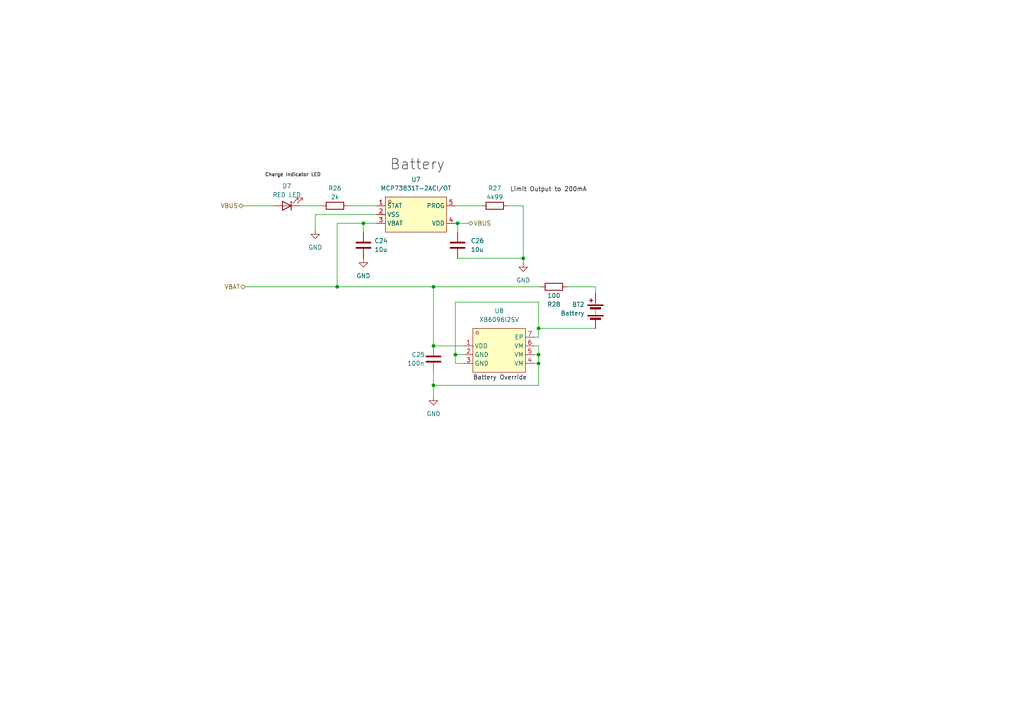
<source format=kicad_sch>
(kicad_sch (version 20230121) (generator eeschema)
  (paper "A4")
  (title_block (title "BLEEarrings (Blade Runner)") (date "2023-10-30") (rev "00.00") (company "Kitty and Dom"))
  (lib_symbols
    (symbol "Device:Battery" (pin_numbers hide) (pin_names (offset 0) hide)
      (property "Reference" "BT" (at 2.54 2.54 0))
      (property "Value" "Battery" (at 2.54 0 0))
      (symbol "Battery_0_1"
        (rectangle (start -2.286 -1.27) (end 2.286 -1.524) (fill (type outline)))
        (rectangle (start -2.286 1.778) (end 2.286 1.524) (fill (type outline)))
        (rectangle (start -1.524 -2.032) (end 1.524 -2.54) (fill (type outline)))
        (rectangle (start -1.524 1.016) (end 1.524 0.508) (fill (type outline)))
        (polyline (pts (xy 0 -1.016) (xy 0 -0.762)))
        (polyline (pts (xy 0 -0.508) (xy 0 -0.254)))
        (polyline (pts (xy 0 0) (xy 0 0.254)))
        (polyline (pts (xy 0 1.778) (xy 0 2.54)))
        (polyline (pts (xy 0.762 3.048) (xy 1.778 3.048)) (stroke (width 0.254)))
        (polyline (pts (xy 1.27 3.556) (xy 1.27 2.54)) (stroke (width 0.254)))
      )
      (symbol "Battery_1_1"
        (pin passive line (at 0 5.08 270) (length 2.54) (name "+") (number "1"))
        (pin passive line (at 0 -5.08 90) (length 2.54) (name "-") (number "2"))
      )
    )
    (symbol "Device:C" (pin_numbers hide) (pin_names (offset 0.254))
      (property "Reference" "C" (at 0.635 2.54 0))
      (property "Value" "C" (at 0.635 -2.54 0))
      (symbol "C_0_1"
        (polyline (pts (xy -2.032 -0.762) (xy 2.032 -0.762)) (stroke (width 0.508)))
        (polyline (pts (xy -2.032 0.762) (xy 2.032 0.762)) (stroke (width 0.508)))
      )
      (symbol "C_1_1"
        (pin passive line (at 0 3.81 270) (length 2.794) (name "~") (number "1"))
        (pin passive line (at 0 -3.81 90) (length 2.794) (name "~") (number "2"))
      )
    )
    (symbol "Device:LED" (pin_numbers hide) (pin_names (offset 1.016) hide)
      (property "Reference" "D" (at 0 2.54 0))
      (property "Value" "LED" (at 0 -2.54 0))
      (symbol "LED_0_1"
        (polyline (pts (xy -1.27 -1.27) (xy -1.27 1.27)) (stroke (width 0.254)))
        (polyline (pts (xy -1.27 0) (xy 1.27 0)))
        (polyline (pts (xy 1.27 -1.27) (xy 1.27 1.27) (xy -1.27 0) (xy 1.27 -1.27)) (stroke (width 0.254)))
        (polyline (pts (xy -3.048 -0.762) (xy -4.572 -2.286) (xy -3.81 -2.286) (xy -4.572 -2.286) (xy -4.572 -1.524)))
        (polyline (pts (xy -1.778 -0.762) (xy -3.302 -2.286) (xy -2.54 -2.286) (xy -3.302 -2.286) (xy -3.302 -1.524)))
      )
      (symbol "LED_1_1"
        (pin passive line (at -3.81 0 0) (length 2.54) (name "K") (number "1"))
        (pin passive line (at 3.81 0 180) (length 2.54) (name "A") (number "2"))
      )
    )
    (symbol "Device:R" (pin_numbers hide) (pin_names (offset 0))
      (property "Reference" "R" (at 2.032 0 90))
      (property "Value" "R" (at 0 0 90))
      (symbol "R_0_1"
        (rectangle (start -1.016 -2.54) (end 1.016 2.54) (stroke (width 0.254)))
      )
      (symbol "R_1_1"
        (pin passive line (at 0 3.81 270) (length 1.27) (name "~") (number "1"))
        (pin passive line (at 0 -3.81 90) (length 1.27) (name "~") (number "2"))
      )
    )
    (symbol "easyeda2kicad:MCP73831T-2ACI_OT"
      (property "Reference" "U" (at 0 7.62 0))
      (property "Value" "MCP73831T-2ACI/OT" (at 0 -7.62 0))
      (symbol "MCP73831T-2ACI_OT_0_1"
        (rectangle (start -8.89 5.08) (end 8.89 -5.08) (fill (type background)))
        (circle (center -7.62 3.81) (radius 0.38))
        (pin unspecified line (at -11.43 2.54 0) (length 2.54) (name "STAT") (number "1"))
        (pin unspecified line (at -11.43 0 0) (length 2.54) (name "VSS") (number "2"))
        (pin unspecified line (at -11.43 -2.54 0) (length 2.54) (name "VBAT") (number "3"))
        (pin unspecified line (at 11.43 -2.54 180) (length 2.54) (name "VDD") (number "4"))
        (pin unspecified line (at 11.43 2.54 180) (length 2.54) (name "PROG") (number "5"))
      )
    )
    (symbol "easyeda2kicad:XB6096I2SV"
      (property "Reference" "U" (at 0 10.16 0))
      (property "Value" "XB6096I2SV" (at 0 -7.62 0))
      (symbol "XB6096I2SV_0_1"
        (rectangle (start -7.62 7.62) (end 7.62 -5.08) (fill (type background)))
        (circle (center -6.35 6.35) (radius 0.38))
        (pin unspecified line (at -10.16 2.54 0) (length 2.54) (name "VDD") (number "1"))
        (pin unspecified line (at -10.16 0 0) (length 2.54) (name "GND") (number "2"))
        (pin unspecified line (at -10.16 -2.54 0) (length 2.54) (name "GND") (number "3"))
        (pin unspecified line (at 10.16 -2.54 180) (length 2.54) (name "VM") (number "4"))
        (pin unspecified line (at 10.16 0 180) (length 2.54) (name "VM") (number "5"))
        (pin unspecified line (at 10.16 2.54 180) (length 2.54) (name "VM") (number "6"))
        (pin unspecified line (at 10.16 5.08 180) (length 2.54) (name "EP") (number "7"))
      )
    )
    (symbol "power:GND" (power) (pin_names (offset 0))
      (property "Value" "GND" (at 0 -3.81 0))
      (symbol "GND_0_1"
        (polyline (pts (xy 0 0) (xy 0 -1.27) (xy 1.27 -1.27) (xy 0 -2.54) (xy -1.27 -1.27) (xy 0 -1.27)))
      )
      (symbol "GND_1_1"
        (pin power_in line (at 0 0 270) (length 0) hide (name "GND") (number "1"))
      )
    )
  )
  (junction (at 125.73 111.76))
  (junction (at 125.73 83.185))
  (junction (at 132.715 64.77))
  (junction (at 132.08 102.87))
  (junction (at 125.73 100.33))
  (junction (at 151.765 74.93))
  (junction (at 156.21 102.87))
  (junction (at 97.79 83.185))
  (junction (at 105.41 64.77))
  (junction (at 156.21 105.41))
  (junction (at 156.21 95.25))
  (wire (pts (xy 156.21 95.25) (xy 156.21 97.79)))
  (wire (pts (xy 105.41 67.31) (xy 105.41 64.77)))
  (wire (pts (xy 156.21 100.33) (xy 154.94 100.33)))
  (wire (pts (xy 97.79 83.185) (xy 125.73 83.185)))
  (wire (pts (xy 132.08 59.69) (xy 139.7 59.69)))
  (wire (pts (xy 172.72 95.25) (xy 156.21 95.25)))
  (wire (pts (xy 91.44 62.23) (xy 109.22 62.23)))
  (wire (pts (xy 156.21 100.33) (xy 156.21 102.87)))
  (wire (pts (xy 70.485 59.69) (xy 79.375 59.69)))
  (wire (pts (xy 125.73 111.76) (xy 156.21 111.76)))
  (wire (pts (xy 156.21 102.87) (xy 156.21 105.41)))
  (wire (pts (xy 132.08 102.87) (xy 132.08 105.41)))
  (wire (pts (xy 97.79 64.77) (xy 105.41 64.77)))
  (wire (pts (xy 97.79 64.77) (xy 97.79 83.185)))
  (wire (pts (xy 125.73 107.95) (xy 125.73 111.76)))
  (wire (pts (xy 156.845 83.185) (xy 125.73 83.185)))
  (wire (pts (xy 151.765 59.69) (xy 147.32 59.69)))
  (wire (pts (xy 156.21 111.76) (xy 156.21 105.41)))
  (wire (pts (xy 156.21 102.87) (xy 154.94 102.87)))
  (wire (pts (xy 132.08 105.41) (xy 134.62 105.41)))
  (wire (pts (xy 125.73 111.76) (xy 125.73 114.935)))
  (wire (pts (xy 105.41 64.77) (xy 109.22 64.77)))
  (wire (pts (xy 156.21 105.41) (xy 154.94 105.41)))
  (wire (pts (xy 132.715 64.77) (xy 135.89 64.77)))
  (wire (pts (xy 132.715 74.93) (xy 151.765 74.93)))
  (wire (pts (xy 132.08 102.87) (xy 134.62 102.87)))
  (wire (pts (xy 151.765 59.69) (xy 151.765 74.93)))
  (wire (pts (xy 132.08 87.63) (xy 132.08 102.87)))
  (wire (pts (xy 91.44 66.675) (xy 91.44 62.23)))
  (wire (pts (xy 156.21 87.63) (xy 132.08 87.63)))
  (wire (pts (xy 172.72 85.09) (xy 172.72 83.185)))
  (wire (pts (xy 132.715 64.77) (xy 132.715 67.31)))
  (wire (pts (xy 156.21 87.63) (xy 156.21 95.25)))
  (wire (pts (xy 172.72 83.185) (xy 164.465 83.185)))
  (wire (pts (xy 125.73 83.185) (xy 125.73 100.33)))
  (wire (pts (xy 132.715 64.77) (xy 132.08 64.77)))
  (wire (pts (xy 86.995 59.69) (xy 93.345 59.69)))
  (wire (pts (xy 151.765 74.93) (xy 151.765 76.2)))
  (wire (pts (xy 156.21 97.79) (xy 154.94 97.79)))
  (wire (pts (xy 100.965 59.69) (xy 109.22 59.69)))
  (wire (pts (xy 71.12 83.185) (xy 97.79 83.185)))
  (wire (pts (xy 125.73 100.33) (xy 134.62 100.33)))
  (label "Battery Override" (at 137.16 110.49 0))
  (label "Battery" (at 113.03 50.165 0) (effects (font (size 3 3))))
  (label "Charge Indicator LED" (at 76.835 51.435 0) (effects (font (size 1 1))))
  (label "Limit Output to 200mA" (at 147.955 55.88 0))
  (hierarchical_label "VBUS" (shape bidirectional) (at 135.89 64.77 0))
  (hierarchical_label "VBAT" (shape bidirectional) (at 71.12 83.185 180))
  (hierarchical_label "VBUS" (shape bidirectional) (at 70.485 59.69 180))
  (symbol (lib_id "Device:LED") (at 83.185 59.69 180) (unit 1)
    (property "Reference" "D7" (at 83.185 53.975 0))
    (property "Value" "RED LED" (at 83.185 56.515 0))
    (property "Footprint" "LED_SMD:LED_0603_1608Metric_Pad1.05x0.95mm_HandSolder" (effects hide))
    (property "LCSC Part" "C389517 " (effects hide))
    (instances (project "Combine" (path "" (reference "D7") (unit 1)) (path "" (reference "D11") (unit 1))) (project "Dock" (path "" (reference "D1") (unit 1))) (project "BLEEarrings" (path "" (reference "D1") (unit 1))))
  )
  (symbol (lib_id "power:GND") (at 125.73 114.935 0) (unit 1)
    (property "Reference" "#PWR035" (effects hide))
    (property "Value" "GND" (at 125.73 120.015 0))
    (instances (project "Combine" (path "" (reference "#PWR035") (unit 1)) (path "" (reference "#PWR082") (unit 1))) (project "Dock" (path "" (reference "#PWR05") (unit 1))) (project "BLEEarrings" (path "" (reference "#PWR04") (unit 1))))
  )
  (symbol (lib_id "Device:C") (at 125.73 104.14 0) (unit 1)
    (property "Reference" "C25" (at 119.38 102.87 0) (effects (justify left)))
    (property "Value" "100n" (at 118.11 105.41 0) (effects (justify left)))
    (property "Footprint" "Capacitor_SMD:C_0402_1005Metric_Pad0.74x0.62mm_HandSolder" (effects hide))
    (property "LCSC Part" "C60474" (effects hide))
    (instances (project "Combine" (path "" (reference "C25") (unit 1)) (path "" (reference "C60") (unit 1))) (project "Dock" (path "" (reference "C2") (unit 1))) (project "BLEEarrings" (path "" (reference "C18") (unit 1))))
  )
  (symbol (lib_id "power:GND") (at 91.44 66.675 0) (unit 1)
    (property "Reference" "#PWR033" (effects hide))
    (property "Value" "GND" (at 91.44 71.755 0))
    (instances (project "Combine" (path "" (reference "#PWR033") (unit 1)) (path "" (reference "#PWR080") (unit 1))) (project "Dock" (path "" (reference "#PWR01") (unit 1))) (project "BLEEarrings" (path "" (reference "#PWR022") (unit 1))))
  )
  (symbol (lib_id "power:GND") (at 151.765 76.2 0) (unit 1)
    (property "Reference" "#PWR036" (effects hide))
    (property "Value" "GND" (at 151.765 81.28 0))
    (instances (project "Combine" (path "" (reference "#PWR036") (unit 1)) (path "" (reference "#PWR083") (unit 1))) (project "Dock" (path "" (reference "#PWR04") (unit 1))) (project "BLEEarrings" (path "" (reference "#PWR024") (unit 1))))
  )
  (symbol (lib_id "power:GND") (at 105.41 74.93 0) (unit 1)
    (property "Reference" "#PWR034" (effects hide))
    (property "Value" "GND" (at 105.41 80.01 0))
    (instances (project "Combine" (path "" (reference "#PWR034") (unit 1)) (path "" (reference "#PWR081") (unit 1))) (project "Dock" (path "" (reference "#PWR03") (unit 1))) (project "BLEEarrings" (path "" (reference "#PWR06") (unit 1))))
  )
  (symbol (lib_id "easyeda2kicad:MCP73831T-2ACI_OT") (at 120.65 62.23 0) (unit 1)
    (property "Reference" "U7" (at 120.65 52.07 0))
    (property "Value" "MCP73831T-2ACI/OT" (at 120.65 54.61 0))
    (property "Footprint" "easyeda2kicad:SOT-23-5_L3.0-W1.7-P0.95-LS2.8-BL" (effects hide))
    (property "Datasheet" "https://lcsc.com/product-detail/PMIC-Battery-Management_Microchip-Tech-MCP73831T-2ACI-OT_C424093.html" (effects hide))
    (property "LCSC Part" "C424093" (effects hide))
    (instances (project "Combine" (path "" (reference "U7") (unit 1)) (path "" (reference "U11") (unit 1))) (project "Dock" (path "" (reference "U1") (unit 1))) (project "BLEEarrings" (path "" (reference "U1") (unit 1))))
  )
  (symbol (lib_id "Device:C") (at 132.715 71.12 0) (unit 1)
    (property "Reference" "C26" (at 136.525 69.85 0) (effects (justify left)))
    (property "Value" "10u" (at 136.525 72.39 0) (effects (justify left)))
    (property "Footprint" "Capacitor_SMD:C_0402_1005Metric_Pad0.74x0.62mm_HandSolder" (effects hide))
    (property "LCSC Part" "C15525" (effects hide))
    (instances (project "Combine" (path "" (reference "C26") (unit 1)) (path "" (reference "C61") (unit 1))) (project "Dock" (path "" (reference "C3") (unit 1))) (project "BLEEarrings" (path "" (reference "C19") (unit 1))))
  )
  (symbol (lib_id "Device:R") (at 97.155 59.69 90) (unit 1)
    (property "Reference" "R26" (at 97.155 54.61 90))
    (property "Value" "2k" (at 97.155 57.15 90))
    (property "Footprint" "Resistor_SMD:R_0402_1005Metric_Pad0.72x0.64mm_HandSolder" (effects hide))
    (property "LCSC Part" "C60488" (effects hide))
    (instances (project "Combine" (path "" (reference "R26") (unit 1)) (path "" (reference "R49") (unit 1))) (project "Dock" (path "" (reference "R1") (unit 1))) (project "BLEEarrings" (path "" (reference "R1") (unit 1))))
  )
  (symbol (lib_id "easyeda2kicad:XB6096I2SV") (at 144.78 102.87 0) (unit 1)
    (property "Reference" "U8" (at 144.78 90.17 0))
    (property "Value" "XB6096I2SV" (at 144.78 92.71 0))
    (property "Footprint" "easyeda2kicad:WDFN-6_L2.0-W2.0-P0.65-BL-EP" (effects hide))
    (property "LCSC Part" "C2998744" (effects hide))
    (instances (project "Combine" (path "" (reference "U8") (unit 1)) (path "" (reference "U12") (unit 1))) (project "Dock" (path "" (reference "U2") (unit 1))) (project "BLEEarrings" (path "" (reference "U2") (unit 1))))
  )
  (symbol (lib_id "Device:R") (at 143.51 59.69 90) (unit 1)
    (property "Reference" "R27" (at 143.51 54.61 90))
    (property "Value" "4k99" (at 143.51 57.15 90))
    (property "Footprint" "Resistor_SMD:R_0402_1005Metric_Pad0.72x0.64mm_HandSolder" (effects hide))
    (property "LCSC Part" "C137965" (effects hide))
    (instances (project "Combine" (path "" (reference "R27") (unit 1)) (path "" (reference "R50") (unit 1))) (project "Dock" (path "" (reference "R3") (unit 1))) (project "BLEEarrings" (path "" (reference "R4") (unit 1))))
  )
  (symbol (lib_id "Device:R") (at 160.655 83.185 270) (unit 1)
    (property "Reference" "R28" (at 160.655 88.265 90))
    (property "Value" "100" (at 160.655 85.725 90))
    (property "Footprint" "Resistor_SMD:R_0402_1005Metric_Pad0.72x0.64mm_HandSolder" (effects hide))
    (property "LCSC Part" "C106233" (effects hide))
    (instances (project "Combine" (path "" (reference "R28") (unit 1)) (path "" (reference "R51") (unit 1))) (project "Dock" (path "" (reference "R2") (unit 1))) (project "BLEEarrings" (path "" (reference "R3") (unit 1))))
  )
  (symbol (lib_id "Device:Battery") (at 172.72 90.17 0) (mirror y) (unit 1)
    (property "Reference" "BT2" (at 169.545 88.3285 0) (effects (justify left)))
    (property "Value" "Battery" (at 169.545 90.8685 0) (effects (justify left)))
    (property "Footprint" "easyeda2kicad:CONN-TH_530480210" (effects hide))
    (property "LCSC Part" "C505099" (effects hide))
    (instances (project "Combine" (path "" (reference "BT2") (unit 1)) (path "" (reference "BT3") (unit 1))) (project "BLEEarrings" (path "" (reference "BT1") (unit 1))))
  )
  (symbol (lib_id "Device:C") (at 105.41 71.12 0) (unit 1)
    (property "Reference" "C24" (at 108.585 69.85 0) (effects (justify left)))
    (property "Value" "10u" (at 108.585 72.39 0) (effects (justify left)))
    (property "Footprint" "Capacitor_SMD:C_0402_1005Metric_Pad0.74x0.62mm_HandSolder" (effects hide))
    (property "LCSC Part" "C15525" (effects hide))
    (instances (project "Combine" (path "" (reference "C24") (unit 1)) (path "" (reference "C59") (unit 1))) (project "Dock" (path "" (reference "C1") (unit 1))) (project "BLEEarrings" (path "" (reference "C13") (unit 1))))
  )
)
</source>
